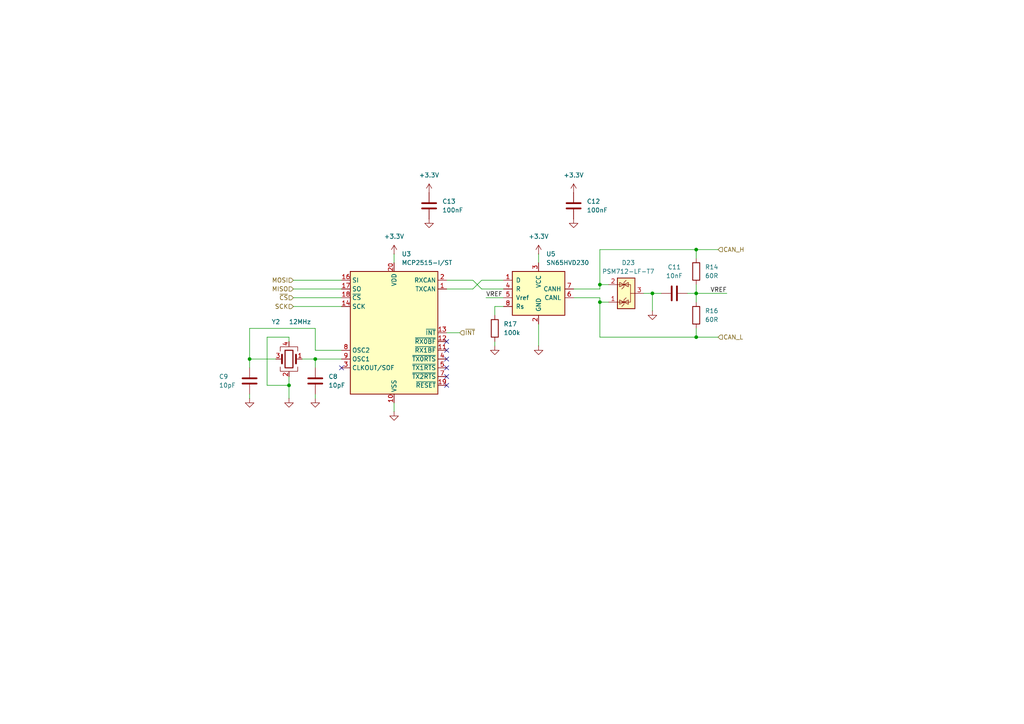
<source format=kicad_sch>
(kicad_sch (version 20231120) (generator "eeschema") (generator_version "8.0")
  (paper "A4")
  (title_block (title "Interface shield") (date "2024-06-04") (rev "${VERSION}") (company "TrendBit s.r.o.") (comment 1 "Designed by: Petr Malaník"))
  (lib_symbols
    (symbol "Device:C" (pin_numbers hide) (pin_names (offset 0.254))
      (property "Reference" "C" (at 0.635 2.54 0))
      (property "Value" "C" (at 0.635 -2.54 0))
      (symbol "C_0_1"
        (polyline (pts (xy -2.032 -0.762) (xy 2.032 -0.762)) (stroke (width 0.508)))
        (polyline (pts (xy -2.032 0.762) (xy 2.032 0.762)) (stroke (width 0.508)))
      )
      (symbol "C_1_1"
        (pin passive line (at 0 3.81 270) (length 2.794) (name "~") (number "1"))
        (pin passive line (at 0 -3.81 90) (length 2.794) (name "~") (number "2"))
      )
    )
    (symbol "Device:Crystal_GND24" (pin_names (offset 1.016) hide)
      (property "Reference" "Y" (at 3.175 5.08 0))
      (property "Value" "Crystal_GND24" (at 3.175 3.175 0))
      (symbol "Crystal_GND24_0_1"
        (rectangle (start -1.143 2.54) (end 1.143 -2.54) (stroke (width 0.3048)))
        (polyline (pts (xy -2.54 0) (xy -2.032 0)))
        (polyline (pts (xy -2.032 -1.27) (xy -2.032 1.27)) (stroke (width 0.508)))
        (polyline (pts (xy 0 -3.81) (xy 0 -3.556)))
        (polyline (pts (xy 0 3.556) (xy 0 3.81)))
        (polyline (pts (xy 2.032 -1.27) (xy 2.032 1.27)) (stroke (width 0.508)))
        (polyline (pts (xy 2.032 0) (xy 2.54 0)))
        (polyline (pts (xy -2.54 -2.286) (xy -2.54 -3.556) (xy 2.54 -3.556) (xy 2.54 -2.286)))
        (polyline (pts (xy -2.54 2.286) (xy -2.54 3.556) (xy 2.54 3.556) (xy 2.54 2.286)))
      )
      (symbol "Crystal_GND24_1_1"
        (pin passive line (at -3.81 0 0) (length 1.27) (name "1") (number "1"))
        (pin passive line (at 0 5.08 270) (length 1.27) (name "2") (number "2"))
        (pin passive line (at 3.81 0 180) (length 1.27) (name "3") (number "3"))
        (pin passive line (at 0 -5.08 90) (length 1.27) (name "4") (number "4"))
      )
    )
    (symbol "Device:R" (pin_numbers hide) (pin_names (offset 0))
      (property "Reference" "R" (at 2.032 0 90))
      (property "Value" "R" (at 0 0 90))
      (symbol "R_0_1"
        (rectangle (start -1.016 -2.54) (end 1.016 2.54) (stroke (width 0.254)))
      )
      (symbol "R_1_1"
        (pin passive line (at 0 3.81 270) (length 1.27) (name "~") (number "1"))
        (pin passive line (at 0 -3.81 90) (length 1.27) (name "~") (number "2"))
      )
    )
    (symbol "Interface_CAN_LIN:MCP2515-xST"
      (property "Reference" "U" (at -10.16 19.685 0))
      (property "Value" "MCP2515-xST" (at 19.05 20.32 0))
      (symbol "MCP2515-xST_0_1"
        (rectangle (start -12.7 17.78) (end 12.7 -17.78) (stroke (width 0.254)) (fill (type background)))
      )
      (symbol "MCP2515-xST_1_1"
        (pin output line (at 15.24 12.7 180) (length 2.54) (name "TXCAN") (number "1"))
        (pin power_in line (at 0 -20.32 90) (length 2.54) (name "VSS") (number "10"))
        (pin output line (at 15.24 -5.08 180) (length 2.54) (name "~{RX1BF}") (number "11"))
        (pin output line (at 15.24 -2.54 180) (length 2.54) (name "~{RX0BF}") (number "12"))
        (pin output line (at 15.24 0 180) (length 2.54) (name "~{INT}") (number "13"))
        (pin input line (at -15.24 7.62 0) (length 2.54) (name "SCK") (number "14"))
        (pin no_connect line (at -12.7 -2.54 0) (length 2.54) hide (name "NC") (number "15"))
        (pin input line (at -15.24 15.24 0) (length 2.54) (name "SI") (number "16"))
        (pin output line (at -15.24 12.7 0) (length 2.54) (name "SO") (number "17"))
        (pin input line (at -15.24 10.16 0) (length 2.54) (name "~{CS}") (number "18"))
        (pin input line (at 15.24 -15.24 180) (length 2.54) (name "~{RESET}") (number "19"))
        (pin input line (at 15.24 15.24 180) (length 2.54) (name "RXCAN") (number "2"))
        (pin power_in line (at 0 20.32 270) (length 2.54) (name "VDD") (number "20"))
        (pin output line (at -15.24 -10.16 0) (length 2.54) (name "CLKOUT/SOF") (number "3"))
        (pin input line (at 15.24 -7.62 180) (length 2.54) (name "~{TX0RTS}") (number "4"))
        (pin input line (at 15.24 -10.16 180) (length 2.54) (name "~{TX1RTS}") (number "5"))
        (pin no_connect line (at -12.7 0 0) (length 2.54) hide (name "NC") (number "6"))
        (pin input line (at 15.24 -12.7 180) (length 2.54) (name "~{TX2RTS}") (number "7"))
        (pin output line (at -15.24 -5.08 0) (length 2.54) (name "OSC2") (number "8"))
        (pin input line (at -15.24 -7.62 0) (length 2.54) (name "OSC1") (number "9"))
      )
    )
    (symbol "Interface_CAN_LIN:SN65HVD230" (pin_names (offset 1.016))
      (property "Reference" "U" (at -2.54 10.16 0))
      (property "Value" "SN65HVD230" (at -2.54 7.62 0))
      (symbol "SN65HVD230_0_1"
        (rectangle (start -7.62 5.08) (end 7.62 -7.62) (stroke (width 0.254)) (fill (type background)))
      )
      (symbol "SN65HVD230_1_1"
        (pin input line (at -10.16 2.54 0) (length 2.54) (name "D") (number "1"))
        (pin power_in line (at 0 -10.16 90) (length 2.54) (name "GND") (number "2"))
        (pin power_in line (at 0 7.62 270) (length 2.54) (name "VCC") (number "3"))
        (pin output line (at -10.16 0 0) (length 2.54) (name "R") (number "4"))
        (pin output line (at -10.16 -2.54 0) (length 2.54) (name "Vref") (number "5"))
        (pin bidirectional line (at 10.16 -2.54 180) (length 2.54) (name "CANL") (number "6"))
        (pin bidirectional line (at 10.16 0 180) (length 2.54) (name "CANH") (number "7"))
        (pin input line (at -10.16 -5.08 0) (length 2.54) (name "Rs") (number "8"))
      )
    )
    (symbol "Power_Protection:NUP2105L" (pin_names hide)
      (property "Reference" "D" (at 5.715 2.54 0))
      (property "Value" "NUP2105L" (at 5.715 0.635 0))
      (symbol "NUP2105L_0_0"
        (pin passive line (at 0 -5.08 90) (length 2.54) (name "A") (number "3"))
      )
      (symbol "NUP2105L_0_1"
        (rectangle (start -4.445 2.54) (end 4.445 -2.54) (stroke (width 0.254)) (fill (type background)))
        (polyline (pts (xy -2.54 2.54) (xy -2.54 0.635)))
        (polyline (pts (xy 0 -1.27) (xy 0 -2.54)))
        (polyline (pts (xy 2.54 2.54) (xy 2.54 0.635)))
        (polyline (pts (xy -3.81 1.27) (xy -3.175 0.635) (xy -1.905 0.635) (xy -1.27 0)))
        (polyline (pts (xy -2.54 0.635) (xy -2.54 -1.27) (xy 2.54 -1.27) (xy 2.54 0.635)))
        (polyline (pts (xy -2.54 0.635) (xy -1.905 -0.635) (xy -3.175 -0.635) (xy -2.54 0.635)))
        (polyline (pts (xy 2.54 0.635) (xy 1.905 -0.635) (xy 3.175 -0.635) (xy 2.54 0.635)))
        (polyline (pts (xy 2.54 0.635) (xy 3.175 1.905) (xy 1.905 1.905) (xy 2.54 0.635)))
        (polyline (pts (xy -2.54 0.635) (xy -3.175 1.905) (xy -1.905 1.905) (xy -2.54 0.635) (xy -2.54 1.27)))
        (polyline (pts (xy 1.27 1.27) (xy 1.905 0.635) (xy 2.54 0.635) (xy 3.175 0.635) (xy 3.81 0)))
      )
      (symbol "NUP2105L_1_1"
        (pin passive line (at -2.54 5.08 270) (length 2.54) (name "K") (number "1"))
        (pin passive line (at 2.54 5.08 270) (length 2.54) (name "K") (number "2"))
      )
    )
    (symbol "power:+3.3V" (power) (pin_numbers hide) (pin_names (offset 0) hide)
      (property "Value" "+3.3V" (at 0 3.556 0))
      (symbol "+3.3V_0_1"
        (polyline (pts (xy -0.762 1.27) (xy 0 2.54)))
        (polyline (pts (xy 0 0) (xy 0 2.54)))
        (polyline (pts (xy 0 2.54) (xy 0.762 1.27)))
      )
      (symbol "+3.3V_1_1"
        (pin power_in line (at 0 0 90) (length 0) (name "~") (number "1"))
      )
    )
    (symbol "power:GND" (power) (pin_numbers hide) (pin_names (offset 0) hide)
      (property "Value" "GND" (at 0 -3.81 0))
      (symbol "GND_0_1"
        (polyline (pts (xy 0 0) (xy 0 -1.27) (xy 1.27 -1.27) (xy 0 -2.54) (xy -1.27 -1.27) (xy 0 -1.27)))
      )
      (symbol "GND_1_1"
        (pin power_in line (at 0 0 270) (length 0) (name "~") (number "1"))
      )
    )
  )
  (junction (at 72.39 104.14))
  (junction (at 173.99 87.63))
  (junction (at 91.44 104.14))
  (junction (at 189.23 85.09))
  (junction (at 201.93 72.39))
  (junction (at 201.93 85.09))
  (junction (at 83.82 111.76))
  (junction (at 201.93 97.79))
  (junction (at 173.99 82.55))
  (no_connect (at 129.54 99.06))
  (no_connect (at 129.54 106.68))
  (no_connect (at 129.54 104.14))
  (no_connect (at 129.54 101.6))
  (no_connect (at 129.54 109.22))
  (no_connect (at 99.06 106.68))
  (no_connect (at 129.54 111.76))
  (wire (pts (xy 140.97 86.36) (xy 146.05 86.36)))
  (wire (pts (xy 186.69 85.09) (xy 189.23 85.09)))
  (wire (pts (xy 156.21 73.66) (xy 156.21 76.2)))
  (wire (pts (xy 201.93 85.09) (xy 201.93 82.55)))
  (wire (pts (xy 85.09 81.28) (xy 99.06 81.28)))
  (wire (pts (xy 72.39 104.14) (xy 72.39 95.25)))
  (wire (pts (xy 85.09 83.82) (xy 99.06 83.82)))
  (wire (pts (xy 146.05 81.28) (xy 139.7 81.28)))
  (wire (pts (xy 77.47 97.79) (xy 77.47 111.76)))
  (wire (pts (xy 166.37 86.36) (xy 173.99 86.36)))
  (wire (pts (xy 143.51 88.9) (xy 143.51 91.44)))
  (wire (pts (xy 201.93 97.79) (xy 208.28 97.79)))
  (wire (pts (xy 91.44 115.57) (xy 91.44 114.3)))
  (wire (pts (xy 72.39 104.14) (xy 80.01 104.14)))
  (wire (pts (xy 91.44 101.6) (xy 99.06 101.6)))
  (wire (pts (xy 139.7 81.28) (xy 137.16 83.82)))
  (wire (pts (xy 173.99 82.55) (xy 176.53 82.55)))
  (wire (pts (xy 156.21 93.98) (xy 156.21 100.33)))
  (wire (pts (xy 72.39 114.3) (xy 72.39 115.57)))
  (wire (pts (xy 173.99 87.63) (xy 176.53 87.63)))
  (wire (pts (xy 83.82 111.76) (xy 83.82 115.57)))
  (wire (pts (xy 201.93 72.39) (xy 208.28 72.39)))
  (wire (pts (xy 83.82 99.06) (xy 83.82 97.79)))
  (wire (pts (xy 114.3 116.84) (xy 114.3 119.38)))
  (wire (pts (xy 91.44 104.14) (xy 91.44 106.68)))
  (wire (pts (xy 91.44 104.14) (xy 99.06 104.14)))
  (wire (pts (xy 143.51 100.33) (xy 143.51 99.06)))
  (wire (pts (xy 173.99 97.79) (xy 201.93 97.79)))
  (wire (pts (xy 129.54 81.28) (xy 137.16 81.28)))
  (wire (pts (xy 114.3 73.66) (xy 114.3 76.2)))
  (wire (pts (xy 201.93 95.25) (xy 201.93 97.79)))
  (wire (pts (xy 137.16 81.28) (xy 139.7 83.82)))
  (wire (pts (xy 85.09 86.36) (xy 99.06 86.36)))
  (wire (pts (xy 166.37 83.82) (xy 173.99 83.82)))
  (wire (pts (xy 87.63 104.14) (xy 91.44 104.14)))
  (wire (pts (xy 129.54 96.52) (xy 133.35 96.52)))
  (wire (pts (xy 199.39 85.09) (xy 201.93 85.09)))
  (wire (pts (xy 173.99 72.39) (xy 201.93 72.39)))
  (wire (pts (xy 173.99 87.63) (xy 173.99 97.79)))
  (wire (pts (xy 201.93 85.09) (xy 210.82 85.09)))
  (wire (pts (xy 173.99 72.39) (xy 173.99 82.55)))
  (wire (pts (xy 83.82 111.76) (xy 83.82 109.22)))
  (wire (pts (xy 189.23 85.09) (xy 191.77 85.09)))
  (wire (pts (xy 83.82 97.79) (xy 77.47 97.79)))
  (wire (pts (xy 72.39 106.68) (xy 72.39 104.14)))
  (wire (pts (xy 201.93 72.39) (xy 201.93 74.93)))
  (wire (pts (xy 77.47 111.76) (xy 83.82 111.76)))
  (wire (pts (xy 173.99 86.36) (xy 173.99 87.63)))
  (wire (pts (xy 139.7 83.82) (xy 146.05 83.82)))
  (wire (pts (xy 85.09 88.9) (xy 99.06 88.9)))
  (wire (pts (xy 201.93 85.09) (xy 201.93 87.63)))
  (wire (pts (xy 146.05 88.9) (xy 143.51 88.9)))
  (wire (pts (xy 91.44 95.25) (xy 91.44 101.6)))
  (wire (pts (xy 72.39 95.25) (xy 91.44 95.25)))
  (wire (pts (xy 189.23 85.09) (xy 189.23 90.17)))
  (wire (pts (xy 129.54 83.82) (xy 137.16 83.82)))
  (wire (pts (xy 173.99 83.82) (xy 173.99 82.55)))
  (label "VREF" (at 140.97 86.36 0))
  (label "VREF" (at 210.82 85.09 180))
  (hierarchical_label "CAN_L" (shape input) (at 208.28 97.79 0))
  (hierarchical_label "SCK" (shape input) (at 85.09 88.9 180))
  (hierarchical_label "MOSI" (shape input) (at 85.09 81.28 180))
  (hierarchical_label "CAN_H" (shape input) (at 208.28 72.39 0))
  (hierarchical_label "~{INT}" (shape input) (at 133.35 96.52 0))
  (hierarchical_label "~{CS}" (shape input) (at 85.09 86.36 180))
  (hierarchical_label "MISO" (shape input) (at 85.09 83.82 180))
  (symbol (lib_id "power:GND") (at 114.3 119.38 0) (unit 1)
    (property "Reference" "#PWR055" (effects (hide yes)))
    (property "Value" "GND" (effects (hide yes)))
    (property "Description" "Power symbol creates a global label with name \"GND\" , ground" (effects (hide yes)))
  )
  (symbol (lib_id "Device:Crystal_GND24") (at 83.82 104.14 180) (unit 1)
    (property "Reference" "Y2" (at 80.01 93.345 0))
    (property "Value" "12MHz" (at 86.995 93.345 0))
    (property "Footprint" "Crystal:Crystal_SMD_Abracon_ABM8G-4Pin_3.2x2.5mm" (effects (hide yes)))
    (property "Description" "Four pin crystal, GND on pins 2 and 4" (effects (hide yes)))
    (property "Mouser" "https://cz.mouser.com/ProductDetail/ABRACON/ABM8G-12.000MHZ-4Y-T3?qs=hxOQwdLlgepjgH1DpgEPEA%3D%3D" (effects (hide yes)))
    (property "JLCPCB" "C2933034" (effects (hide yes)))
    (property "MPN" "ABM8G-12.000MHZ-4Y-T3" (effects (hide yes)))
    (property "MPNA" " CF4012M00010T8188032" (effects (hide yes)))
    (property "LCSC" "C2933034" (effects (hide yes)))
  )
  (symbol (lib_id "Interface_CAN_LIN:MCP2515-xST") (at 114.3 96.52 0) (unit 1)
    (property "Reference" "U3" (at 116.4941 73.66 0) (effects (justify left)))
    (property "Value" "MCP2515-I/ST" (at 116.4941 76.2 0) (effects (justify left)))
    (property "Footprint" "Package_SO:TSSOP-20_4.4x6.5mm_P0.65mm" (effects (hide yes)))
    (property "Datasheet" "http://ww1.microchip.com/downloads/en/DeviceDoc/21801e.pdf" (effects (hide yes)))
    (property "Description" "Stand-Alone CAN Controller with SPI Interface, TSSOP-20" (effects (hide yes)))
    (property "Mouser" "https://cz.mouser.com/ProductDetail/Microchip-Technology/MCP2515-I-ST?qs=KwArPi4cUojWiv3rOtQ%252BgA%3D%3D" (effects (hide yes)))
    (property "JLCPCB" "C185941" (effects (hide yes)))
    (property "MPN" "MCP2515-I/ST" (effects (hide yes)))
    (property "LCSC" "C185941" (effects (hide yes)))
  )
  (symbol (lib_id "power:GND") (at 143.51 100.33 0) (unit 1)
    (property "Reference" "#PWR067" (effects (hide yes)))
    (property "Value" "GND" (effects (hide yes)))
    (property "Description" "Power symbol creates a global label with name \"GND\" , ground" (effects (hide yes)))
  )
  (symbol (lib_id "Device:C") (at 124.46 59.69 0) (unit 1)
    (property "Reference" "C13" (at 128.27 58.4199 0) (effects (justify left)))
    (property "Value" "100nF" (at 128.27 60.9599 0) (effects (justify left)))
    (property "Footprint" "Capacitor_SMD:C_0603_1608Metric" (effects (hide yes)))
    (property "Description" "Unpolarized capacitor" (effects (hide yes)))
    (property "LCSC" "C14663" (effects (hide yes)))
  )
  (symbol (lib_id "Power_Protection:NUP2105L") (at 181.61 85.09 90) (unit 1)
    (property "Reference" "D23" (at 182.245 76.2 90))
    (property "Value" "PSM712-LF-T7" (at 182.245 78.74 90))
    (property "Footprint" "Package_TO_SOT_SMD:SOT-23" (effects (hide yes)))
    (property "Datasheet" "https://www.onsemi.com/pub_link/Collateral/NUP2105L-D.PDF" (effects (hide yes)))
    (property "Description" "Dual Line CAN Bus Protector, 24Vrwm" (effects (hide yes)))
    (property "Mouser" "https://cz.mouser.com/ProductDetail/onsemi/SZNUP2105LT1G?qs=PJJcWtbOkNWqqZbXH80dfQ%3D%3D" (effects (hide yes)))
    (property "JLCPCB" "C32677" (effects (hide yes)))
    (property "MPN" "PSM712-LF-T7" (effects (hide yes)))
    (property "MPNA" "SZNUP2105LT1G" (effects (hide yes)))
    (property "LCSC" "C32677" (effects (hide yes)))
  )
  (symbol (lib_id "Device:C") (at 166.37 59.69 0) (unit 1)
    (property "Reference" "C12" (at 170.18 58.4199 0) (effects (justify left)))
    (property "Value" "100nF" (at 170.18 60.9599 0) (effects (justify left)))
    (property "Footprint" "Capacitor_SMD:C_0603_1608Metric" (effects (hide yes)))
    (property "Description" "Unpolarized capacitor" (effects (hide yes)))
    (property "LCSC" "C14663" (effects (hide yes)))
  )
  (symbol (lib_id "Device:R") (at 201.93 78.74 0) (unit 1)
    (property "Reference" "R14" (at 204.47 77.4699 0) (effects (justify left)))
    (property "Value" "60R" (at 204.47 80.0099 0) (effects (justify left)))
    (property "Footprint" "Resistor_SMD:R_1206_3216Metric" (effects (hide yes)))
    (property "Description" "Resistor" (effects (hide yes)))
    (property "LCSC" "C144481" (effects (hide yes)))
  )
  (symbol (lib_id "power:+3.3V") (at 114.3 73.66 0) (unit 1)
    (property "Reference" "#PWR054" (effects (hide yes)))
    (property "Value" "+3.3V" (at 114.3 68.58 0))
    (property "Description" "Power symbol creates a global label with name \"+3.3V\"" (effects (hide yes)))
  )
  (symbol (lib_id "Interface_CAN_LIN:SN65HVD230") (at 156.21 83.82 0) (unit 1)
    (property "Reference" "U5" (at 158.4041 73.66 0) (effects (justify left)))
    (property "Value" "SN65HVD230" (at 158.4041 76.2 0) (effects (justify left)))
    (property "Footprint" "Package_SO:SOIC-8_3.9x4.9mm_P1.27mm" (effects (hide yes)))
    (property "Datasheet" "http://www.ti.com/lit/ds/symlink/sn65hvd230.pdf" (effects (hide yes)))
    (property "Description" "CAN Bus Transceivers, 3.3V, 1Mbps, Low-Power capabilities, SOIC-8" (effects (hide yes)))
    (property "Mouser" "https://cz.mouser.com/ProductDetail/Texas-Instruments/SN65HVD230DR?qs=QViXGNcIEAtifeQR3pYVUQ%3D%3D" (effects (hide yes)))
    (property "JLCPCB" "C12084" (effects (hide yes)))
    (property "MPN" "SN65HVD230DR" (effects (hide yes)))
    (property "LCSC" "C12084" (effects (hide yes)))
  )
  (symbol (lib_id "power:+3.3V") (at 166.37 55.88 0) (unit 1)
    (property "Reference" "#PWR068" (effects (hide yes)))
    (property "Value" "+3.3V" (at 166.37 50.8 0))
    (property "Description" "Power symbol creates a global label with name \"+3.3V\"" (effects (hide yes)))
  )
  (symbol (lib_id "power:+3.3V") (at 124.46 55.88 0) (unit 1)
    (property "Reference" "#PWR070" (effects (hide yes)))
    (property "Value" "+3.3V" (at 124.46 50.8 0))
    (property "Description" "Power symbol creates a global label with name \"+3.3V\"" (effects (hide yes)))
  )
  (symbol (lib_id "Device:C") (at 195.58 85.09 90) (unit 1)
    (property "Reference" "C11" (at 195.58 77.47 90))
    (property "Value" "10nF" (at 195.58 80.01 90))
    (property "Footprint" "Capacitor_SMD:C_0603_1608Metric" (effects (hide yes)))
    (property "Description" "Unpolarized capacitor" (effects (hide yes)))
    (property "LCSC" "C57112" (effects (hide yes)))
  )
  (symbol (lib_id "Device:C") (at 72.39 110.49 0) (unit 1)
    (property "Reference" "C9" (at 63.5 109.22 0) (effects (justify left)))
    (property "Value" "10pF" (at 63.5 111.76 0) (effects (justify left)))
    (property "Footprint" "Capacitor_SMD:C_0603_1608Metric" (effects (hide yes)))
    (property "Description" "Unpolarized capacitor" (effects (hide yes)))
    (property "LCSC" "C1634" (effects (hide yes)))
  )
  (symbol (lib_id "power:+3.3V") (at 156.21 73.66 0) (unit 1)
    (property "Reference" "#PWR060" (effects (hide yes)))
    (property "Value" "+3.3V" (at 156.21 68.58 0))
    (property "Description" "Power symbol creates a global label with name \"+3.3V\"" (effects (hide yes)))
  )
  (symbol (lib_id "power:GND") (at 156.21 100.33 0) (unit 1)
    (property "Reference" "#PWR056" (effects (hide yes)))
    (property "Value" "GND" (effects (hide yes)))
    (property "Description" "Power symbol creates a global label with name \"GND\" , ground" (effects (hide yes)))
  )
  (symbol (lib_id "Device:R") (at 143.51 95.25 0) (unit 1)
    (property "Reference" "R17" (at 146.05 93.9799 0) (effects (justify left)))
    (property "Value" "100k" (at 146.05 96.5199 0) (effects (justify left)))
    (property "Footprint" "Resistor_SMD:R_0603_1608Metric" (effects (hide yes)))
    (property "Description" "Resistor" (effects (hide yes)))
    (property "LCSC" "C25803" (effects (hide yes)))
  )
  (symbol (lib_id "Device:C") (at 91.44 110.49 0) (unit 1)
    (property "Reference" "C8" (at 95.25 109.2199 0) (effects (justify left)))
    (property "Value" "10pF" (at 95.25 111.7599 0) (effects (justify left)))
    (property "Footprint" "Capacitor_SMD:C_0603_1608Metric" (effects (hide yes)))
    (property "Description" "Unpolarized capacitor" (effects (hide yes)))
    (property "LCSC" "C1634" (effects (hide yes)))
  )
  (symbol (lib_id "power:GND") (at 124.46 63.5 0) (unit 1)
    (property "Reference" "#PWR071" (effects (hide yes)))
    (property "Value" "GND" (effects (hide yes)))
    (property "Description" "Power symbol creates a global label with name \"GND\" , ground" (effects (hide yes)))
  )
  (symbol (lib_id "power:GND") (at 83.82 115.57 0) (unit 1)
    (property "Reference" "#PWR064" (effects (hide yes)))
    (property "Value" "GND" (effects (hide yes)))
    (property "Description" "Power symbol creates a global label with name \"GND\" , ground" (effects (hide yes)))
  )
  (symbol (lib_id "Device:R") (at 201.93 91.44 0) (unit 1)
    (property "Reference" "R16" (at 204.47 90.1699 0) (effects (justify left)))
    (property "Value" "60R" (at 204.47 92.7099 0) (effects (justify left)))
    (property "Footprint" "Resistor_SMD:R_1206_3216Metric" (effects (hide yes)))
    (property "Description" "Resistor" (effects (hide yes)))
    (property "LCSC" "C144481" (effects (hide yes)))
  )
  (symbol (lib_id "power:GND") (at 166.37 63.5 0) (unit 1)
    (property "Reference" "#PWR069" (effects (hide yes)))
    (property "Value" "GND" (effects (hide yes)))
    (property "Description" "Power symbol creates a global label with name \"GND\" , ground" (effects (hide yes)))
  )
  (symbol (lib_id "power:GND") (at 72.39 115.57 0) (unit 1)
    (property "Reference" "#PWR065" (effects (hide yes)))
    (property "Value" "GND" (effects (hide yes)))
    (property "Description" "Power symbol creates a global label with name \"GND\" , ground" (effects (hide yes)))
  )
  (symbol (lib_id "power:GND") (at 189.23 90.17 0) (unit 1)
    (property "Reference" "#PWR066" (effects (hide yes)))
    (property "Value" "GND" (effects (hide yes)))
    (property "Description" "Power symbol creates a global label with name \"GND\" , ground" (effects (hide yes)))
  )
  (symbol (lib_id "power:GND") (at 91.44 115.57 0) (unit 1)
    (property "Reference" "#PWR061" (effects (hide yes)))
    (property "Value" "GND" (effects (hide yes)))
    (property "Description" "Power symbol creates a global label with name \"GND\" , ground" (effects (hide yes)))
  )
)
</source>
